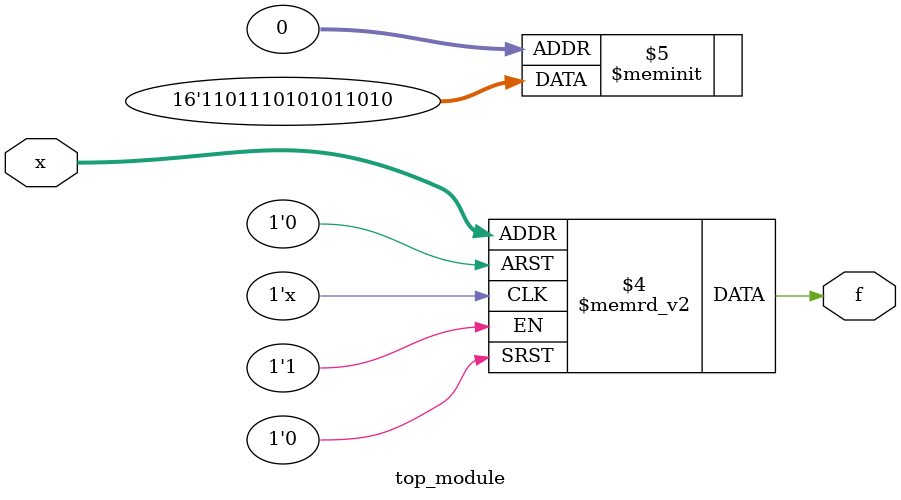
<source format=sv>
module top_module (
    input [4:1] x,
    output logic f
);

always_comb begin
    case (x)
        4'b0001, 4'b0011, 4'b1011, 4'b1111: f = 1'b1; // Changed 4'b0111 to 4'b1111
        4'b0100, 4'b0110, 4'b1000, 4'b1010, 4'b1100, 4'b1110: f = 1'b1; // Don't care conditions
        default: f = 1'b0;
    endcase
end

endmodule

</source>
